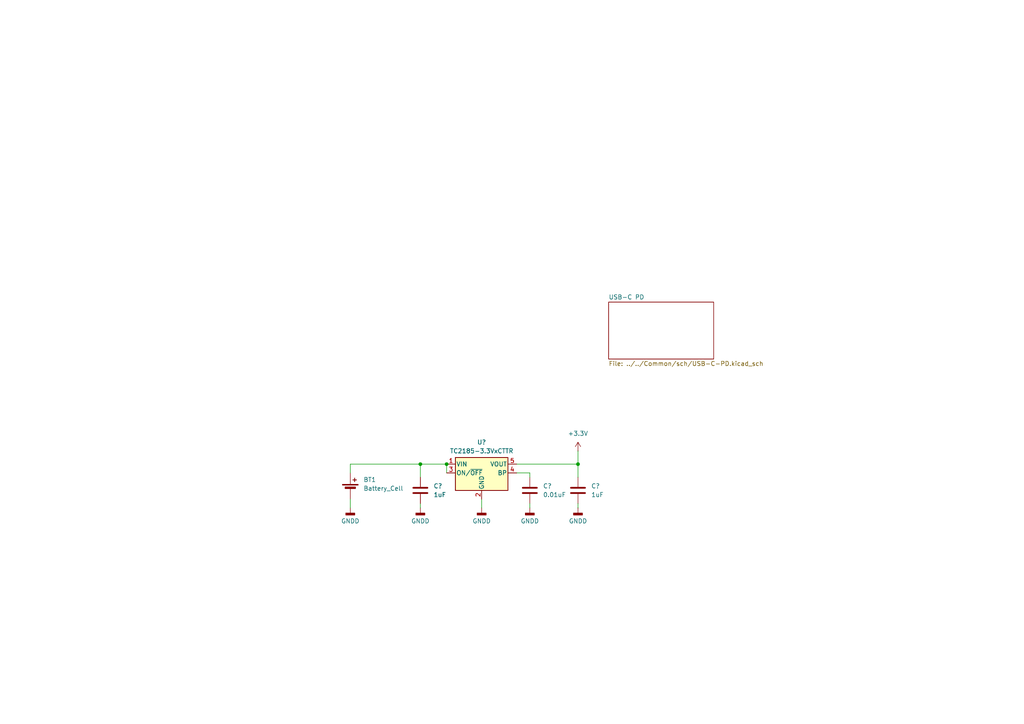
<source format=kicad_sch>
(kicad_sch (version 20231120) (generator "eeschema") (generator_version "8.0")
  (paper "A4")
  (lib_symbols
    (symbol "Device:Battery_Cell" (pin_numbers hide) (pin_names (offset 0) hide)
      (property "Reference" "BT" (at 2.54 2.54 0))
      (property "Value" "Battery_Cell" (at 2.54 0 0))
      (symbol "Battery_Cell_0_1"
        (rectangle (start -2.286 1.778) (end 2.286 1.524) (fill (type outline)))
        (rectangle (start -1.524 1.016) (end 1.524 0.508) (fill (type outline)))
        (polyline (pts (xy 0 0.762) (xy 0 0)))
        (polyline (pts (xy 0 1.778) (xy 0 2.54)))
        (polyline (pts (xy 0.762 3.048) (xy 1.778 3.048)) (stroke (width 0.254)))
        (polyline (pts (xy 1.27 3.556) (xy 1.27 2.54)) (stroke (width 0.254)))
      )
      (symbol "Battery_Cell_1_1"
        (pin passive line (at 0 5.08 270) (length 2.54) (name "+") (number "1"))
        (pin passive line (at 0 -2.54 90) (length 2.54) (name "-") (number "2"))
      )
    )
    (symbol "Device:C" (pin_numbers hide) (pin_names (offset 0.254))
      (property "Reference" "C" (at 0.635 2.54 0))
      (property "Value" "C" (at 0.635 -2.54 0))
      (symbol "C_0_1"
        (polyline (pts (xy -2.032 -0.762) (xy 2.032 -0.762)) (stroke (width 0.508)))
        (polyline (pts (xy -2.032 0.762) (xy 2.032 0.762)) (stroke (width 0.508)))
      )
      (symbol "C_1_1"
        (pin passive line (at 0 3.81 270) (length 2.794) (name "~") (number "1"))
        (pin passive line (at 0 -3.81 90) (length 2.794) (name "~") (number "2"))
      )
    )
    (symbol "Regulator_Linear:TC2185-3.3VxCTTR" (pin_names (offset 0.254))
      (property "Reference" "U" (at -6.35 5.715 0))
      (property "Value" "TC2185-3.3VxCTTR" (at 0 5.715 0))
      (symbol "TC2185-3.3VxCTTR_0_1"
        (rectangle (start -7.62 -5.08) (end 7.62 4.445) (stroke (width 0.254)) (fill (type background)))
      )
      (symbol "TC2185-3.3VxCTTR_1_1"
        (pin power_in line (at -10.16 2.54 0) (length 2.54) (name "VIN") (number "1"))
        (pin power_in line (at 0 -7.62 90) (length 2.54) (name "GND") (number "2"))
        (pin input line (at -10.16 0 0) (length 2.54) (name "ON/~{OFF}") (number "3"))
        (pin input line (at 10.16 0 180) (length 2.54) (name "BP") (number "4"))
        (pin power_out line (at 10.16 2.54 180) (length 2.54) (name "VOUT") (number "5"))
      )
    )
    (symbol "power:+3.3V" (power) (pin_numbers hide) (pin_names (offset 0) hide)
      (property "Value" "+3.3V" (at 0 3.556 0))
      (symbol "+3.3V_0_1"
        (polyline (pts (xy -0.762 1.27) (xy 0 2.54)))
        (polyline (pts (xy 0 0) (xy 0 2.54)))
        (polyline (pts (xy 0 2.54) (xy 0.762 1.27)))
      )
      (symbol "+3.3V_1_1"
        (pin power_in line (at 0 0 90) (length 0) (name "~") (number "1"))
      )
    )
    (symbol "power:GNDD" (power) (pin_numbers hide) (pin_names (offset 0) hide)
      (property "Value" "GNDD" (at 0 -3.175 0))
      (symbol "GNDD_0_1"
        (rectangle (start -1.27 -1.524) (end 1.27 -2.032) (stroke (width 0.254)) (fill (type outline)))
        (polyline (pts (xy 0 0) (xy 0 -1.524)))
      )
      (symbol "GNDD_1_1"
        (pin power_in line (at 0 0 270) (length 0) (name "~") (number "1"))
      )
    )
  )
  (junction (at 167.64 134.62))
  (junction (at 129.54 134.62))
  (junction (at 121.92 134.62))
  (wire (pts (xy 167.64 146.05) (xy 167.64 147.32)))
  (wire (pts (xy 101.6 147.32) (xy 101.6 144.78)))
  (wire (pts (xy 129.54 134.62) (xy 129.54 137.16)))
  (wire (pts (xy 121.92 146.05) (xy 121.92 147.32)))
  (wire (pts (xy 121.92 138.43) (xy 121.92 134.62)))
  (wire (pts (xy 121.92 134.62) (xy 129.54 134.62)))
  (wire (pts (xy 167.64 134.62) (xy 167.64 138.43)))
  (wire (pts (xy 149.86 137.16) (xy 153.67 137.16)))
  (wire (pts (xy 167.64 130.81) (xy 167.64 134.62)))
  (wire (pts (xy 101.6 134.62) (xy 101.6 137.16)))
  (wire (pts (xy 149.86 134.62) (xy 167.64 134.62)))
  (wire (pts (xy 139.7 147.32) (xy 139.7 144.78)))
  (wire (pts (xy 101.6 134.62) (xy 121.92 134.62)))
  (wire (pts (xy 153.67 137.16) (xy 153.67 138.43)))
  (wire (pts (xy 153.67 147.32) (xy 153.67 146.05)))
  (symbol (lib_id "power:GNDD") (at 167.64 147.32 0) (unit 1)
    (property "Reference" "#PWR?" (effects (hide yes)))
    (property "Value" "GNDD" (at 167.64 151.13 0))
    (property "Description" "Power symbol creates a global label with name \"GNDD\" , digital ground" (effects (hide yes)))
  )
  (symbol (lib_id "Device:Battery_Cell") (at 101.6 142.24 0) (unit 1)
    (property "Reference" "BT1" (at 105.41 139.1284 0) (effects (justify left)))
    (property "Value" "Battery_Cell" (at 105.41 141.6684 0) (effects (justify left)))
    (property "Footprint" "Battery:BatteryHolder_MPD_BH-18650-PC2" (effects (hide yes)))
    (property "Description" "Single-cell battery" (effects (hide yes)))
  )
  (symbol (lib_id "power:GNDD") (at 139.7 147.32 0) (unit 1)
    (property "Reference" "#PWR?" (effects (hide yes)))
    (property "Value" "GNDD" (at 139.7 151.13 0))
    (property "Description" "Power symbol creates a global label with name \"GNDD\" , digital ground" (effects (hide yes)))
  )
  (symbol (lib_id "power:+3.3V") (at 167.64 130.81 0) (unit 1)
    (property "Reference" "#PWR?" (effects (hide yes)))
    (property "Value" "+3.3V" (at 167.64 125.73 0))
    (property "Description" "Power symbol creates a global label with name \"+3.3V\"" (effects (hide yes)))
  )
  (symbol (lib_id "Device:C") (at 121.92 142.24 0) (unit 1)
    (property "Reference" "C?" (at 125.73 140.9699 0) (effects (justify left)))
    (property "Value" "1uF" (at 125.73 143.5099 0) (effects (justify left)))
    (property "Footprint" "Capacitor_SMD:C_0603_1608Metric_Pad1.08x0.95mm_HandSolder" (effects (hide yes)))
    (property "Description" "Unpolarized capacitor" (effects (hide yes)))
  )
  (symbol (lib_id "power:GNDD") (at 121.92 147.32 0) (unit 1)
    (property "Reference" "#PWR?" (effects (hide yes)))
    (property "Value" "GNDD" (at 121.92 151.13 0))
    (property "Description" "Power symbol creates a global label with name \"GNDD\" , digital ground" (effects (hide yes)))
  )
  (symbol (lib_id "Device:C") (at 153.67 142.24 0) (unit 1)
    (property "Reference" "C?" (at 157.48 140.9699 0) (effects (justify left)))
    (property "Value" "0.01uF" (at 157.48 143.5099 0) (effects (justify left)))
    (property "Footprint" "Capacitor_SMD:C_0603_1608Metric_Pad1.08x0.95mm_HandSolder" (effects (hide yes)))
    (property "Description" "Unpolarized capacitor" (effects (hide yes)))
  )
  (symbol (lib_id "Device:C") (at 167.64 142.24 0) (unit 1)
    (property "Reference" "C?" (at 171.45 140.9699 0) (effects (justify left)))
    (property "Value" "1uF" (at 171.45 143.5099 0) (effects (justify left)))
    (property "Footprint" "Capacitor_SMD:C_0603_1608Metric_Pad1.08x0.95mm_HandSolder" (effects (hide yes)))
    (property "Description" "Unpolarized capacitor" (effects (hide yes)))
  )
  (symbol (lib_id "power:GNDD") (at 153.67 147.32 0) (unit 1)
    (property "Reference" "#PWR?" (effects (hide yes)))
    (property "Value" "GNDD" (at 153.67 151.13 0))
    (property "Description" "Power symbol creates a global label with name \"GNDD\" , digital ground" (effects (hide yes)))
  )
  (symbol (lib_id "Regulator_Linear:TC2185-3.3VxCTTR") (at 139.7 137.16 0) (unit 1)
    (property "Reference" "U?" (at 139.7 128.27 0))
    (property "Value" "TC2185-3.3VxCTTR" (at 139.7 130.81 0))
    (property "Footprint" "Package_TO_SOT_SMD:SOT-23-5" (effects (hide yes)))
    (property "Datasheet" "http://ww1.microchip.com/downloads/en/DeviceDoc/21662F.pdf" (effects (hide yes)))
    (property "Description" "3.3V 150mA CMOS LDO with Shutdown and Vref Bypass, SOT-23-5" (effects (hide yes)))
  )
  (symbol (lib_id "power:GNDD") (at 101.6 147.32 0) (unit 1)
    (property "Reference" "#PWR01" (effects (hide yes)))
    (property "Value" "GNDD" (at 101.6 151.13 0))
    (property "Description" "Power symbol creates a global label with name \"GNDD\" , digital ground" (effects (hide yes)))
  )
  (sheet (at 176.53 87.63) (size 30.48 16.51) (stroke (width 0.1524))
    (property "Sheetname" "USB-C PD" (at 176.53 86.9184 0) (effects (justify left bottom)))
    (property "Sheetfile" "../../Common/sch/USB-C-PD.kicad_sch" (at 176.53 104.7246 0) (effects (justify left top)))
  )
)
</source>
